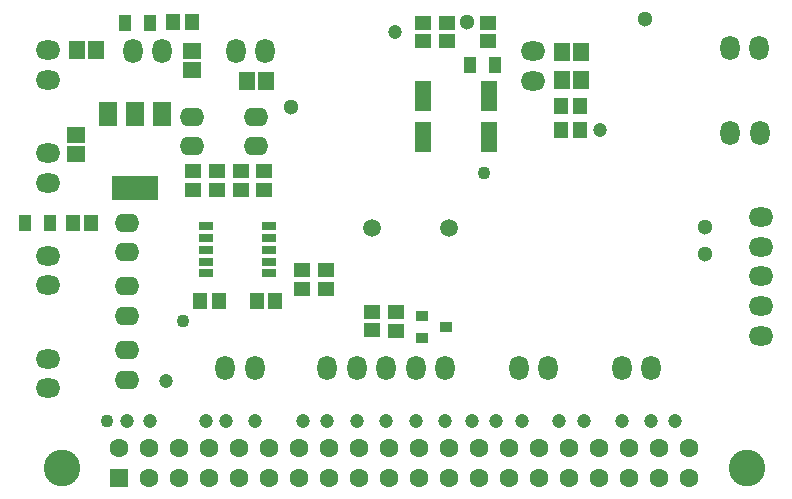
<source format=gbs>
G04*
G04 #@! TF.GenerationSoftware,Altium Limited,Altium Designer,20.0.11 (256)*
G04*
G04 Layer_Color=16711935*
%FSLAX44Y44*%
%MOMM*%
G71*
G01*
G75*
%ADD36R,1.4532X1.1532*%
%ADD43R,1.6000X1.4000*%
%ADD53O,1.6240X2.1000*%
%ADD54C,1.5112*%
%ADD55O,2.1000X1.6000*%
%ADD56C,1.6012*%
%ADD57R,1.6012X1.6012*%
%ADD58O,2.1000X1.6240*%
%ADD59C,1.2032*%
%ADD60C,1.1000*%
%ADD61C,1.3000*%
%ADD62C,3.1000*%
%ADD84R,1.0000X0.9000*%
%ADD85R,1.4000X2.6000*%
%ADD86R,1.0500X1.3500*%
%ADD87R,1.1532X1.4532*%
%ADD88R,1.4000X1.6000*%
%ADD89R,1.6000X2.1000*%
%ADD90R,3.9000X2.1000*%
%ADD91R,1.2800X0.6800*%
D36*
X324707Y160500D02*
D03*
Y176000D02*
D03*
X304665Y160645D02*
D03*
Y176145D02*
D03*
X367915Y405500D02*
D03*
Y421000D02*
D03*
X347872D02*
D03*
Y405500D02*
D03*
X403000D02*
D03*
Y421000D02*
D03*
X245530Y211500D02*
D03*
Y196000D02*
D03*
X265572Y211500D02*
D03*
Y196000D02*
D03*
X193530Y279813D02*
D03*
Y295312D02*
D03*
X213572Y279813D02*
D03*
Y295312D02*
D03*
X173487D02*
D03*
Y279813D02*
D03*
X153445Y295312D02*
D03*
Y279813D02*
D03*
D43*
X152000Y381000D02*
D03*
Y397000D02*
D03*
X54000Y326000D02*
D03*
Y310000D02*
D03*
D53*
X366753Y129000D02*
D03*
X341753D02*
D03*
X316752D02*
D03*
X291752D02*
D03*
X266752D02*
D03*
X608000Y327395D02*
D03*
X633000D02*
D03*
X607562Y400000D02*
D03*
X632562D02*
D03*
X180670Y129000D02*
D03*
X205670D02*
D03*
X214165Y397000D02*
D03*
X189165D02*
D03*
X127083D02*
D03*
X102083D02*
D03*
X541000Y129000D02*
D03*
X516000D02*
D03*
X453835D02*
D03*
X428835D02*
D03*
D54*
X305000Y247322D02*
D03*
X370000D02*
D03*
D55*
X206793Y316437D02*
D03*
Y341437D02*
D03*
X97313Y172957D02*
D03*
Y197957D02*
D03*
Y118915D02*
D03*
Y143915D02*
D03*
Y252000D02*
D03*
Y227000D02*
D03*
X152000Y341437D02*
D03*
Y316437D02*
D03*
D56*
X141563Y36000D02*
D03*
Y61400D02*
D03*
X547963Y36000D02*
D03*
X395563D02*
D03*
X547963Y61400D02*
D03*
X395563D02*
D03*
X116163Y36000D02*
D03*
Y61400D02*
D03*
X90763D02*
D03*
X217763Y36000D02*
D03*
X192363D02*
D03*
X217763Y61400D02*
D03*
X192363D02*
D03*
X293963Y36000D02*
D03*
X243163D02*
D03*
X293963Y61400D02*
D03*
X243163D02*
D03*
X344763Y36000D02*
D03*
X319363D02*
D03*
X344763Y61400D02*
D03*
X319363D02*
D03*
X446363Y36000D02*
D03*
X420963D02*
D03*
X446363Y61400D02*
D03*
X420963D02*
D03*
X522563Y36000D02*
D03*
X497163D02*
D03*
X522563Y61400D02*
D03*
X497163D02*
D03*
X166963Y36000D02*
D03*
Y61400D02*
D03*
X268563Y36000D02*
D03*
Y61400D02*
D03*
X370163Y36000D02*
D03*
Y61400D02*
D03*
X471763Y36000D02*
D03*
Y61400D02*
D03*
X573363Y36000D02*
D03*
Y61400D02*
D03*
D57*
X90763Y36000D02*
D03*
D58*
X30000Y198752D02*
D03*
Y223752D02*
D03*
Y111670D02*
D03*
Y136670D02*
D03*
Y285835D02*
D03*
Y310835D02*
D03*
Y372918D02*
D03*
Y397918D02*
D03*
X634000Y156313D02*
D03*
Y181313D02*
D03*
Y206313D02*
D03*
Y231313D02*
D03*
Y256313D02*
D03*
X441413Y397000D02*
D03*
Y372000D02*
D03*
D59*
X324000Y413552D02*
D03*
X389000Y84000D02*
D03*
X410000D02*
D03*
X432000D02*
D03*
X484000D02*
D03*
X462999D02*
D03*
X498000Y330000D02*
D03*
X246000Y84000D02*
D03*
X266752D02*
D03*
X129992Y117500D02*
D03*
X561000Y84000D02*
D03*
X97000D02*
D03*
X117000D02*
D03*
X541000D02*
D03*
X516000D02*
D03*
X366753D02*
D03*
X341753D02*
D03*
X291752D02*
D03*
X316752D02*
D03*
X164000D02*
D03*
X206000D02*
D03*
X181000D02*
D03*
D60*
X399365Y293730D02*
D03*
X145000Y169000D02*
D03*
X80000Y84000D02*
D03*
D61*
X587000Y248000D02*
D03*
Y225000D02*
D03*
X385000Y422000D02*
D03*
X536000Y424000D02*
D03*
X236000Y350000D02*
D03*
D62*
X622000Y44000D02*
D03*
X42000D02*
D03*
D84*
X367000Y163645D02*
D03*
X347000Y173145D02*
D03*
Y154145D02*
D03*
D85*
X403496Y324500D02*
D03*
Y359500D02*
D03*
X347496Y324500D02*
D03*
Y359500D02*
D03*
D86*
X96000Y421000D02*
D03*
X117000D02*
D03*
X32000Y252000D02*
D03*
X11000D02*
D03*
X388000Y385293D02*
D03*
X409000D02*
D03*
D87*
X136518Y422000D02*
D03*
X152018D02*
D03*
X66792Y252000D02*
D03*
X51293D02*
D03*
X465000Y351000D02*
D03*
X480500D02*
D03*
Y330000D02*
D03*
X465000D02*
D03*
X175030Y185437D02*
D03*
X159530D02*
D03*
X222530D02*
D03*
X207030D02*
D03*
D88*
X481355Y373000D02*
D03*
X465355D02*
D03*
X481792Y396000D02*
D03*
X465792D02*
D03*
X199000Y372000D02*
D03*
X215000D02*
D03*
X71000Y398000D02*
D03*
X55000D02*
D03*
D89*
X127000Y344000D02*
D03*
X81000D02*
D03*
X104000D02*
D03*
D90*
Y281000D02*
D03*
D91*
X217730Y249000D02*
D03*
X164530D02*
D03*
Y229000D02*
D03*
Y209000D02*
D03*
Y219000D02*
D03*
Y239000D02*
D03*
X217730Y209000D02*
D03*
Y229000D02*
D03*
Y219000D02*
D03*
Y239000D02*
D03*
M02*

</source>
